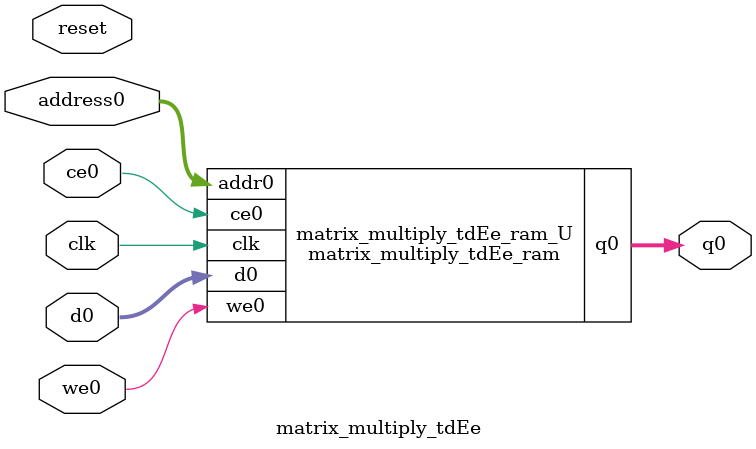
<source format=v>

`timescale 1 ns / 1 ps
module matrix_multiply_tdEe_ram (addr0, ce0, d0, we0, q0,  clk);

parameter DWIDTH = 8;
parameter AWIDTH = 8;
parameter MEM_SIZE = 256;

input[AWIDTH-1:0] addr0;
input ce0;
input[DWIDTH-1:0] d0;
input we0;
output reg[DWIDTH-1:0] q0;
input clk;

(* ram_style = "block" *)reg [DWIDTH-1:0] ram[0:MEM_SIZE-1];




always @(posedge clk)  
begin 
    if (ce0) 
    begin
        if (we0) 
        begin 
            ram[addr0] <= d0; 
            //q0 <= d0;
        end 
        else 
            q0 <= ram[addr0];
    end
end


endmodule


`timescale 1 ns / 1 ps
module matrix_multiply_tdEe(
    reset,
    clk,
    address0,
    ce0,
    we0,
    d0,
    q0);

parameter DataWidth = 32'd8;
parameter AddressRange = 32'd256;
parameter AddressWidth = 32'd8;
input reset;
input clk;
input[AddressWidth - 1:0] address0;
input ce0;
input we0;
input[DataWidth - 1:0] d0;
output[DataWidth - 1:0] q0;



matrix_multiply_tdEe_ram matrix_multiply_tdEe_ram_U(
    .clk( clk ),
    .addr0( address0 ),
    .ce0( ce0 ),
    .we0( we0 ),
    .d0( d0 ),
    .q0( q0 ));

endmodule


</source>
